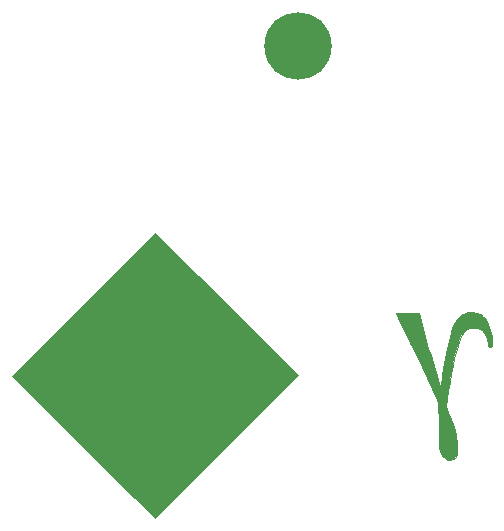
<source format=gbs>
G04 #@! TF.GenerationSoftware,KiCad,Pcbnew,(5.1.9)-1*
G04 #@! TF.CreationDate,2021-03-26T23:35:01-07:00*
G04 #@! TF.ProjectId,mole-diamond-keychain-alt,6d6f6c65-2d64-4696-916d-6f6e642d6b65,A*
G04 #@! TF.SameCoordinates,Original*
G04 #@! TF.FileFunction,Soldermask,Bot*
G04 #@! TF.FilePolarity,Negative*
%FSLAX46Y46*%
G04 Gerber Fmt 4.6, Leading zero omitted, Abs format (unit mm)*
G04 Created by KiCad (PCBNEW (5.1.9)-1) date 2021-03-26 23:35:01*
%MOMM*%
%LPD*%
G01*
G04 APERTURE LIST*
%ADD10C,0.010000*%
%ADD11C,5.702000*%
G04 APERTURE END LIST*
D10*
G36*
X-18118529Y31453657D02*
G01*
X-24172269Y25399916D01*
X-18139474Y19367564D01*
X-12106679Y13335211D01*
X-6053381Y19388952D01*
X-84Y25442693D01*
X-12064788Y37507397D01*
X-18118529Y31453657D01*
G37*
X-18118529Y31453657D02*
X-24172269Y25399916D01*
X-18139474Y19367564D01*
X-12106679Y13335211D01*
X-6053381Y19388952D01*
X-84Y25442693D01*
X-12064788Y37507397D01*
X-18118529Y31453657D01*
G36*
X14573621Y30819293D02*
G01*
X14423742Y30780703D01*
X14246932Y30740060D01*
X13970166Y30615233D01*
X13672240Y30379463D01*
X13400936Y30076475D01*
X13234356Y29813479D01*
X13097140Y29477009D01*
X12949541Y28992813D01*
X12796394Y28381813D01*
X12642532Y27664933D01*
X12492791Y26863094D01*
X12352003Y25997218D01*
X12350823Y25989408D01*
X12266630Y25440659D01*
X12201266Y25042013D01*
X12150327Y24775845D01*
X12109408Y24624527D01*
X12074104Y24570431D01*
X12040011Y24595931D01*
X12015760Y24648498D01*
X11970463Y24785039D01*
X11884613Y25064018D01*
X11764242Y25465075D01*
X11615382Y25967849D01*
X11444067Y26551978D01*
X11256329Y27197103D01*
X11084357Y27792045D01*
X10248754Y30691879D01*
X8345425Y30691879D01*
X8712395Y29908712D01*
X8833526Y29652322D01*
X9017339Y29266077D01*
X9252979Y28772655D01*
X9529591Y28194734D01*
X9836321Y27554991D01*
X10162314Y26876106D01*
X10496716Y26180754D01*
X10505640Y26162212D01*
X11931915Y23198879D01*
X11937533Y21293879D01*
X11942374Y20596180D01*
X11954745Y20044281D01*
X11978304Y19614695D01*
X12016710Y19283933D01*
X12073622Y19028505D01*
X12152699Y18824924D01*
X12257598Y18649702D01*
X12372326Y18502508D01*
X12634150Y18294354D01*
X12917341Y18249428D01*
X13198930Y18368943D01*
X13296727Y18453697D01*
X13471737Y18731241D01*
X13512069Y18982864D01*
X13498750Y19705888D01*
X13415290Y20375170D01*
X13250364Y21044376D01*
X12992647Y21767177D01*
X12854628Y22098212D01*
X12525944Y22860212D01*
X12634739Y23537545D01*
X12746591Y24201605D01*
X12874175Y24905155D01*
X13010222Y25612209D01*
X13147462Y26286781D01*
X13278627Y26892883D01*
X13396446Y27394529D01*
X13471393Y27679550D01*
X13666575Y28298857D01*
X13864191Y28767274D01*
X14077545Y29102895D01*
X14319939Y29323815D01*
X14604675Y29448128D01*
X14797577Y29483448D01*
X15224535Y29459864D01*
X15574813Y29287569D01*
X15843833Y28971067D01*
X16027018Y28514861D01*
X16088428Y28213392D01*
X16141479Y27960505D01*
X16214870Y27839751D01*
X16308159Y27813212D01*
X16410257Y27842798D01*
X16457317Y27959725D01*
X16467879Y28178662D01*
X16426525Y28750865D01*
X16311293Y29306079D01*
X16135426Y29807148D01*
X15912166Y30216918D01*
X15654758Y30498234D01*
X15636256Y30511833D01*
X15411468Y30632520D01*
X15123415Y30737777D01*
X14836938Y30808842D01*
X14616878Y30826955D01*
X14573621Y30819293D01*
G37*
X14573621Y30819293D02*
X14423742Y30780703D01*
X14246932Y30740060D01*
X13970166Y30615233D01*
X13672240Y30379463D01*
X13400936Y30076475D01*
X13234356Y29813479D01*
X13097140Y29477009D01*
X12949541Y28992813D01*
X12796394Y28381813D01*
X12642532Y27664933D01*
X12492791Y26863094D01*
X12352003Y25997218D01*
X12350823Y25989408D01*
X12266630Y25440659D01*
X12201266Y25042013D01*
X12150327Y24775845D01*
X12109408Y24624527D01*
X12074104Y24570431D01*
X12040011Y24595931D01*
X12015760Y24648498D01*
X11970463Y24785039D01*
X11884613Y25064018D01*
X11764242Y25465075D01*
X11615382Y25967849D01*
X11444067Y26551978D01*
X11256329Y27197103D01*
X11084357Y27792045D01*
X10248754Y30691879D01*
X8345425Y30691879D01*
X8712395Y29908712D01*
X8833526Y29652322D01*
X9017339Y29266077D01*
X9252979Y28772655D01*
X9529591Y28194734D01*
X9836321Y27554991D01*
X10162314Y26876106D01*
X10496716Y26180754D01*
X10505640Y26162212D01*
X11931915Y23198879D01*
X11937533Y21293879D01*
X11942374Y20596180D01*
X11954745Y20044281D01*
X11978304Y19614695D01*
X12016710Y19283933D01*
X12073622Y19028505D01*
X12152699Y18824924D01*
X12257598Y18649702D01*
X12372326Y18502508D01*
X12634150Y18294354D01*
X12917341Y18249428D01*
X13198930Y18368943D01*
X13296727Y18453697D01*
X13471737Y18731241D01*
X13512069Y18982864D01*
X13498750Y19705888D01*
X13415290Y20375170D01*
X13250364Y21044376D01*
X12992647Y21767177D01*
X12854628Y22098212D01*
X12525944Y22860212D01*
X12634739Y23537545D01*
X12746591Y24201605D01*
X12874175Y24905155D01*
X13010222Y25612209D01*
X13147462Y26286781D01*
X13278627Y26892883D01*
X13396446Y27394529D01*
X13471393Y27679550D01*
X13666575Y28298857D01*
X13864191Y28767274D01*
X14077545Y29102895D01*
X14319939Y29323815D01*
X14604675Y29448128D01*
X14797577Y29483448D01*
X15224535Y29459864D01*
X15574813Y29287569D01*
X15843833Y28971067D01*
X16027018Y28514861D01*
X16088428Y28213392D01*
X16141479Y27960505D01*
X16214870Y27839751D01*
X16308159Y27813212D01*
X16410257Y27842798D01*
X16457317Y27959725D01*
X16467879Y28178662D01*
X16426525Y28750865D01*
X16311293Y29306079D01*
X16135426Y29807148D01*
X15912166Y30216918D01*
X15654758Y30498234D01*
X15636256Y30511833D01*
X15411468Y30632520D01*
X15123415Y30737777D01*
X14836938Y30808842D01*
X14616878Y30826955D01*
X14573621Y30819293D01*
G36*
X-18118529Y31453657D02*
G01*
X-24172269Y25399916D01*
X-18139474Y19367564D01*
X-12106679Y13335211D01*
X-6053381Y19388952D01*
X-84Y25442693D01*
X-12064788Y37507397D01*
X-18118529Y31453657D01*
G37*
X-18118529Y31453657D02*
X-24172269Y25399916D01*
X-18139474Y19367564D01*
X-12106679Y13335211D01*
X-6053381Y19388952D01*
X-84Y25442693D01*
X-12064788Y37507397D01*
X-18118529Y31453657D01*
G36*
X14573621Y30819293D02*
G01*
X14423742Y30780703D01*
X14246932Y30740060D01*
X13970166Y30615233D01*
X13672240Y30379463D01*
X13400936Y30076475D01*
X13234356Y29813479D01*
X13097140Y29477009D01*
X12949541Y28992813D01*
X12796394Y28381813D01*
X12642532Y27664933D01*
X12492791Y26863094D01*
X12352003Y25997218D01*
X12350823Y25989408D01*
X12266630Y25440659D01*
X12201266Y25042013D01*
X12150327Y24775845D01*
X12109408Y24624527D01*
X12074104Y24570431D01*
X12040011Y24595931D01*
X12015760Y24648498D01*
X11970463Y24785039D01*
X11884613Y25064018D01*
X11764242Y25465075D01*
X11615382Y25967849D01*
X11444067Y26551978D01*
X11256329Y27197103D01*
X11084357Y27792045D01*
X10248754Y30691879D01*
X8345425Y30691879D01*
X8712395Y29908712D01*
X8833526Y29652322D01*
X9017339Y29266077D01*
X9252979Y28772655D01*
X9529591Y28194734D01*
X9836321Y27554991D01*
X10162314Y26876106D01*
X10496716Y26180754D01*
X10505640Y26162212D01*
X11931915Y23198879D01*
X11937533Y21293879D01*
X11942374Y20596180D01*
X11954745Y20044281D01*
X11978304Y19614695D01*
X12016710Y19283933D01*
X12073622Y19028505D01*
X12152699Y18824924D01*
X12257598Y18649702D01*
X12372326Y18502508D01*
X12634150Y18294354D01*
X12917341Y18249428D01*
X13198930Y18368943D01*
X13296727Y18453697D01*
X13471737Y18731241D01*
X13512069Y18982864D01*
X13498750Y19705888D01*
X13415290Y20375170D01*
X13250364Y21044376D01*
X12992647Y21767177D01*
X12854628Y22098212D01*
X12525944Y22860212D01*
X12634739Y23537545D01*
X12746591Y24201605D01*
X12874175Y24905155D01*
X13010222Y25612209D01*
X13147462Y26286781D01*
X13278627Y26892883D01*
X13396446Y27394529D01*
X13471393Y27679550D01*
X13666575Y28298857D01*
X13864191Y28767274D01*
X14077545Y29102895D01*
X14319939Y29323815D01*
X14604675Y29448128D01*
X14797577Y29483448D01*
X15224535Y29459864D01*
X15574813Y29287569D01*
X15843833Y28971067D01*
X16027018Y28514861D01*
X16088428Y28213392D01*
X16141479Y27960505D01*
X16214870Y27839751D01*
X16308159Y27813212D01*
X16410257Y27842798D01*
X16457317Y27959725D01*
X16467879Y28178662D01*
X16426525Y28750865D01*
X16311293Y29306079D01*
X16135426Y29807148D01*
X15912166Y30216918D01*
X15654758Y30498234D01*
X15636256Y30511833D01*
X15411468Y30632520D01*
X15123415Y30737777D01*
X14836938Y30808842D01*
X14616878Y30826955D01*
X14573621Y30819293D01*
G37*
X14573621Y30819293D02*
X14423742Y30780703D01*
X14246932Y30740060D01*
X13970166Y30615233D01*
X13672240Y30379463D01*
X13400936Y30076475D01*
X13234356Y29813479D01*
X13097140Y29477009D01*
X12949541Y28992813D01*
X12796394Y28381813D01*
X12642532Y27664933D01*
X12492791Y26863094D01*
X12352003Y25997218D01*
X12350823Y25989408D01*
X12266630Y25440659D01*
X12201266Y25042013D01*
X12150327Y24775845D01*
X12109408Y24624527D01*
X12074104Y24570431D01*
X12040011Y24595931D01*
X12015760Y24648498D01*
X11970463Y24785039D01*
X11884613Y25064018D01*
X11764242Y25465075D01*
X11615382Y25967849D01*
X11444067Y26551978D01*
X11256329Y27197103D01*
X11084357Y27792045D01*
X10248754Y30691879D01*
X8345425Y30691879D01*
X8712395Y29908712D01*
X8833526Y29652322D01*
X9017339Y29266077D01*
X9252979Y28772655D01*
X9529591Y28194734D01*
X9836321Y27554991D01*
X10162314Y26876106D01*
X10496716Y26180754D01*
X10505640Y26162212D01*
X11931915Y23198879D01*
X11937533Y21293879D01*
X11942374Y20596180D01*
X11954745Y20044281D01*
X11978304Y19614695D01*
X12016710Y19283933D01*
X12073622Y19028505D01*
X12152699Y18824924D01*
X12257598Y18649702D01*
X12372326Y18502508D01*
X12634150Y18294354D01*
X12917341Y18249428D01*
X13198930Y18368943D01*
X13296727Y18453697D01*
X13471737Y18731241D01*
X13512069Y18982864D01*
X13498750Y19705888D01*
X13415290Y20375170D01*
X13250364Y21044376D01*
X12992647Y21767177D01*
X12854628Y22098212D01*
X12525944Y22860212D01*
X12634739Y23537545D01*
X12746591Y24201605D01*
X12874175Y24905155D01*
X13010222Y25612209D01*
X13147462Y26286781D01*
X13278627Y26892883D01*
X13396446Y27394529D01*
X13471393Y27679550D01*
X13666575Y28298857D01*
X13864191Y28767274D01*
X14077545Y29102895D01*
X14319939Y29323815D01*
X14604675Y29448128D01*
X14797577Y29483448D01*
X15224535Y29459864D01*
X15574813Y29287569D01*
X15843833Y28971067D01*
X16027018Y28514861D01*
X16088428Y28213392D01*
X16141479Y27960505D01*
X16214870Y27839751D01*
X16308159Y27813212D01*
X16410257Y27842798D01*
X16457317Y27959725D01*
X16467879Y28178662D01*
X16426525Y28750865D01*
X16311293Y29306079D01*
X16135426Y29807148D01*
X15912166Y30216918D01*
X15654758Y30498234D01*
X15636256Y30511833D01*
X15411468Y30632520D01*
X15123415Y30737777D01*
X14836938Y30808842D01*
X14616878Y30826955D01*
X14573621Y30819293D01*
D11*
X-5Y53340005D03*
M02*

</source>
